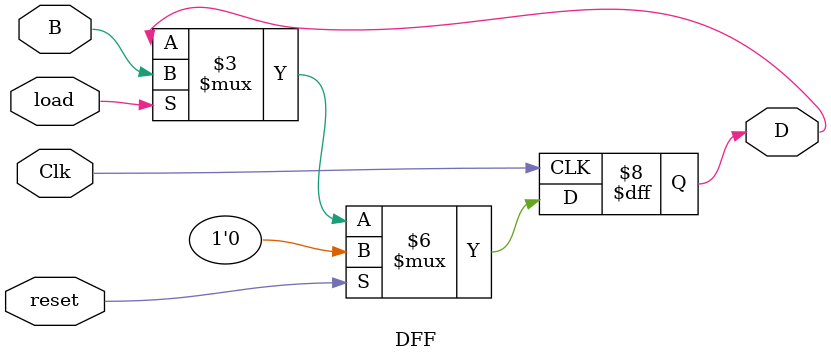
<source format=sv>
module DFF (input logic Clk, load, reset, B,
				output logic D);
				
				always_ff @ (posedge Clk)
				begin
					
					if (reset)
						D <= 1'b0;
						
					else 
						if (load)
							D <= B;
						else
							D <= D;
						
				end
				
endmodule

</source>
